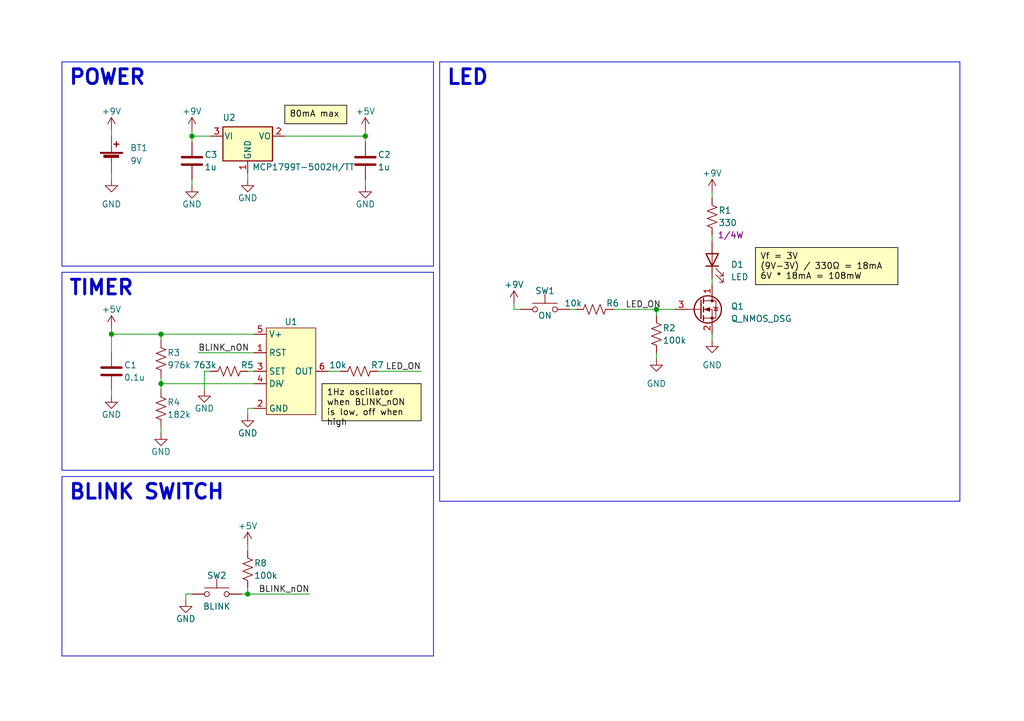
<source format=kicad_sch>
(kicad_sch (version 20230121) (generator eeschema)
  (paper "A5")
  (title_block (title "PCB_Flashlight") (rev "0") (company "Jasper Rubin"))
  (lib_symbols
    (symbol "Device:Battery_Cell" (pin_numbers hide) (pin_names (offset 0) hide)
      (property "Reference" "BT" (at 2.54 2.54 0))
      (property "Value" "Battery_Cell" (at 2.54 0 0))
      (symbol "Battery_Cell_0_1"
        (rectangle (start -2.286 1.778) (end 2.286 1.524) (fill (type outline)))
        (rectangle (start -1.5748 1.1938) (end 1.4732 0.6858) (fill (type outline)))
        (polyline (pts (xy 0 0.762) (xy 0 0)))
        (polyline (pts (xy 0 1.778) (xy 0 2.54)))
        (polyline (pts (xy 0.508 3.429) (xy 1.524 3.429)) (stroke (width 0.254)))
        (polyline (pts (xy 1.016 3.937) (xy 1.016 2.921)) (stroke (width 0.254)))
      )
      (symbol "Battery_Cell_1_1"
        (pin passive line (at 0 5.08 270) (length 2.54) (name "+") (number "1"))
        (pin passive line (at 0 -2.54 90) (length 2.54) (name "-") (number "2"))
      )
    )
    (symbol "Device:C" (pin_numbers hide) (pin_names (offset 0.254))
      (property "Reference" "C" (at 0.635 2.54 0))
      (property "Value" "C" (at 0.635 -2.54 0))
      (symbol "C_0_1"
        (polyline (pts (xy -2.032 -0.762) (xy 2.032 -0.762)) (stroke (width 0.508)))
        (polyline (pts (xy -2.032 0.762) (xy 2.032 0.762)) (stroke (width 0.508)))
      )
      (symbol "C_1_1"
        (pin passive line (at 0 3.81 270) (length 2.794) (name "~") (number "1"))
        (pin passive line (at 0 -3.81 90) (length 2.794) (name "~") (number "2"))
      )
    )
    (symbol "Device:LED" (pin_numbers hide) (pin_names (offset 1.016) hide)
      (property "Reference" "D" (at 0 2.54 0))
      (property "Value" "LED" (at 0 -2.54 0))
      (symbol "LED_0_1"
        (polyline (pts (xy -1.27 -1.27) (xy -1.27 1.27)) (stroke (width 0.254)))
        (polyline (pts (xy -1.27 0) (xy 1.27 0)))
        (polyline (pts (xy 1.27 -1.27) (xy 1.27 1.27) (xy -1.27 0) (xy 1.27 -1.27)) (stroke (width 0.254)))
        (polyline (pts (xy -3.048 -0.762) (xy -4.572 -2.286) (xy -3.81 -2.286) (xy -4.572 -2.286) (xy -4.572 -1.524)))
        (polyline (pts (xy -1.778 -0.762) (xy -3.302 -2.286) (xy -2.54 -2.286) (xy -3.302 -2.286) (xy -3.302 -1.524)))
      )
      (symbol "LED_1_1"
        (pin passive line (at -3.81 0 0) (length 2.54) (name "K") (number "1"))
        (pin passive line (at 3.81 0 180) (length 2.54) (name "A") (number "2"))
      )
    )
    (symbol "Device:Q_NMOS_DSG" (pin_names (offset 0) hide)
      (property "Reference" "Q" (at 5.08 1.27 0))
      (property "Value" "Q_NMOS_DSG" (at 5.08 -1.27 0))
      (symbol "Q_NMOS_DSG_0_1"
        (polyline (pts (xy 0.254 0) (xy -2.54 0)))
        (polyline (pts (xy 0.254 1.905) (xy 0.254 -1.905)) (stroke (width 0.254)))
        (polyline (pts (xy 0.762 -1.27) (xy 0.762 -2.286)) (stroke (width 0.254)))
        (polyline (pts (xy 0.762 0.508) (xy 0.762 -0.508)) (stroke (width 0.254)))
        (polyline (pts (xy 0.762 2.286) (xy 0.762 1.27)) (stroke (width 0.254)))
        (polyline (pts (xy 2.54 2.54) (xy 2.54 1.778)))
        (polyline (pts (xy 2.54 -2.54) (xy 2.54 0) (xy 0.762 0)))
        (polyline (pts (xy 0.762 -1.778) (xy 3.302 -1.778) (xy 3.302 1.778) (xy 0.762 1.778)))
        (polyline (pts (xy 1.016 0) (xy 2.032 0.381) (xy 2.032 -0.381) (xy 1.016 0)) (fill (type outline)))
        (polyline (pts (xy 2.794 0.508) (xy 2.921 0.381) (xy 3.683 0.381) (xy 3.81 0.254)))
        (polyline (pts (xy 3.302 0.381) (xy 2.921 -0.254) (xy 3.683 -0.254) (xy 3.302 0.381)))
        (circle (center 1.651 0) (radius 2.794) (stroke (width 0.254)))
        (circle (center 2.54 -1.778) (radius 0.254) (fill (type outline)))
        (circle (center 2.54 1.778) (radius 0.254) (fill (type outline)))
      )
      (symbol "Q_NMOS_DSG_1_1"
        (pin passive line (at 2.54 5.08 270) (length 2.54) (name "D") (number "1"))
        (pin passive line (at 2.54 -5.08 90) (length 2.54) (name "S") (number "2"))
        (pin input line (at -5.08 0 0) (length 2.54) (name "G") (number "3"))
      )
    )
    (symbol "Device:R_US" (pin_numbers hide) (pin_names (offset 0))
      (property "Reference" "R" (at 2.54 0 90))
      (property "Value" "R_US" (at -2.54 0 90))
      (symbol "R_US_0_1"
        (polyline (pts (xy 0 -2.286) (xy 0 -2.54)))
        (polyline (pts (xy 0 2.286) (xy 0 2.54)))
        (polyline (pts (xy 0 -0.762) (xy 1.016 -1.143) (xy 0 -1.524) (xy -1.016 -1.905) (xy 0 -2.286)))
        (polyline (pts (xy 0 0.762) (xy 1.016 0.381) (xy 0 0) (xy -1.016 -0.381) (xy 0 -0.762)))
        (polyline (pts (xy 0 2.286) (xy 1.016 1.905) (xy 0 1.524) (xy -1.016 1.143) (xy 0 0.762)))
      )
      (symbol "R_US_1_1"
        (pin passive line (at 0 3.81 270) (length 1.27) (name "~") (number "1"))
        (pin passive line (at 0 -3.81 90) (length 1.27) (name "~") (number "2"))
      )
    )
    (symbol "FlashlightLib:LTC6995-1"
      (property "Reference" "U" (at -3.81 10.16 0))
      (symbol "LTC6995-1_0_1"
        (rectangle (start -5.08 8.89) (end 5.08 -8.89) (fill (type background)))
      )
      (symbol "LTC6995-1_1_1"
        (pin input line (at -7.62 3.81 0) (length 2.54) (name "RST") (number "1"))
        (pin power_in line (at -7.62 -7.62 0) (length 2.54) (name "GND") (number "2"))
        (pin input line (at -7.62 0 0) (length 2.54) (name "SET") (number "3"))
        (pin input line (at -7.62 -2.54 0) (length 2.54) (name "DIV") (number "4"))
        (pin power_in line (at -7.62 7.62 0) (length 2.54) (name "V+") (number "5"))
        (pin output line (at 7.62 0 180) (length 2.54) (name "OUT") (number "6"))
      )
    )
    (symbol "Regulator_Linear:MCP1799x-500xxTT" (pin_names (offset 0.254))
      (property "Reference" "U" (at -3.81 3.175 0))
      (property "Value" "MCP1799x-500xxTT" (at 0 3.175 0))
      (symbol "MCP1799x-500xxTT_0_1"
        (rectangle (start -5.08 1.905) (end 5.08 -5.08) (stroke (width 0.254)) (fill (type background)))
      )
      (symbol "MCP1799x-500xxTT_1_1"
        (pin power_in line (at 0 -7.62 90) (length 2.54) (name "GND") (number "1"))
        (pin power_out line (at 7.62 0 180) (length 2.54) (name "VO") (number "2"))
        (pin power_in line (at -7.62 0 0) (length 2.54) (name "VI") (number "3"))
      )
    )
    (symbol "Switch:SW_Push" (pin_numbers hide) (pin_names (offset 1.016) hide)
      (property "Reference" "SW" (at 1.27 2.54 0))
      (property "Value" "SW_Push" (at 0 -1.524 0))
      (symbol "SW_Push_0_1"
        (circle (center -2.032 0) (radius 0.508))
        (polyline (pts (xy 0 1.27) (xy 0 3.048)))
        (polyline (pts (xy 2.54 1.27) (xy -2.54 1.27)))
        (circle (center 2.032 0) (radius 0.508))
        (pin passive line (at -5.08 0 0) (length 2.54) (name "1") (number "1"))
        (pin passive line (at 5.08 0 180) (length 2.54) (name "2") (number "2"))
      )
    )
    (symbol "power:+5V" (power) (pin_names (offset 0))
      (property "Value" "+5V" (at 0 3.556 0))
      (symbol "+5V_0_1"
        (polyline (pts (xy -0.762 1.27) (xy 0 2.54)))
        (polyline (pts (xy 0 0) (xy 0 2.54)))
        (polyline (pts (xy 0 2.54) (xy 0.762 1.27)))
      )
      (symbol "+5V_1_1"
        (pin power_in line (at 0 0 90) (length 0) hide (name "+5V") (number "1"))
      )
    )
    (symbol "power:+9V" (power) (pin_names (offset 0))
      (property "Value" "+9V" (at 0 3.556 0))
      (symbol "+9V_0_1"
        (polyline (pts (xy -0.762 1.27) (xy 0 2.54)))
        (polyline (pts (xy 0 0) (xy 0 2.54)))
        (polyline (pts (xy 0 2.54) (xy 0.762 1.27)))
      )
      (symbol "+9V_1_1"
        (pin power_in line (at 0 0 90) (length 0) hide (name "+9V") (number "1"))
      )
    )
    (symbol "power:GND" (power) (pin_names (offset 0))
      (property "Value" "GND" (at 0 -3.81 0))
      (symbol "GND_0_1"
        (polyline (pts (xy 0 0) (xy 0 -1.27) (xy 1.27 -1.27) (xy 0 -2.54) (xy -1.27 -1.27) (xy 0 -1.27)))
      )
      (symbol "GND_1_1"
        (pin power_in line (at 0 0 270) (length 0) hide (name "GND") (number "1"))
      )
    )
  )
  (junction (at 22.86 68.58))
  (junction (at 39.37 27.94))
  (junction (at 33.02 68.58))
  (junction (at 74.93 27.94))
  (junction (at 50.8 121.92))
  (junction (at 134.62 63.5))
  (junction (at 33.02 78.74))
  (wire (pts (xy 33.02 78.74) (xy 33.02 80.01)))
  (wire (pts (xy 50.8 35.56) (xy 50.8 36.83)))
  (wire (pts (xy 125.73 63.5) (xy 134.62 63.5)))
  (polyline (pts (xy 12.7 134.62) (xy 88.9 134.62)))
  (wire (pts (xy 22.86 80.01) (xy 22.86 81.28)))
  (wire (pts (xy 41.91 76.2) (xy 41.91 80.01)))
  (wire (pts (xy 50.8 83.82) (xy 52.07 83.82)))
  (wire (pts (xy 134.62 63.5) (xy 134.62 64.77)))
  (wire (pts (xy 39.37 26.67) (xy 39.37 27.94)))
  (wire (pts (xy 146.05 68.58) (xy 146.05 69.85)))
  (polyline (pts (xy 12.7 97.79) (xy 88.9 97.79)))
  (wire (pts (xy 22.86 26.67) (xy 22.86 27.94)))
  (wire (pts (xy 40.64 72.39) (xy 52.07 72.39)))
  (wire (pts (xy 146.05 57.15) (xy 146.05 58.42)))
  (wire (pts (xy 58.42 27.94) (xy 74.93 27.94)))
  (wire (pts (xy 50.8 76.2) (xy 52.07 76.2)))
  (polyline (pts (xy 12.7 55.88) (xy 12.7 96.52)))
  (wire (pts (xy 146.05 39.37) (xy 146.05 40.64)))
  (wire (pts (xy 105.41 62.23) (xy 105.41 63.5)))
  (polyline (pts (xy 88.9 96.52) (xy 88.9 55.88)))
  (wire (pts (xy 39.37 27.94) (xy 39.37 29.21)))
  (wire (pts (xy 22.86 68.58) (xy 33.02 68.58)))
  (wire (pts (xy 116.84 63.5) (xy 118.11 63.5)))
  (polyline (pts (xy 90.17 12.7) (xy 196.85 12.7)))
  (wire (pts (xy 38.1 123.19) (xy 38.1 121.92)))
  (wire (pts (xy 22.86 68.58) (xy 22.86 72.39)))
  (polyline (pts (xy 12.7 96.52) (xy 88.9 96.52)))
  (wire (pts (xy 38.1 121.92) (xy 39.37 121.92)))
  (wire (pts (xy 33.02 68.58) (xy 52.07 68.58)))
  (wire (pts (xy 33.02 77.47) (xy 33.02 78.74)))
  (wire (pts (xy 43.18 76.2) (xy 41.91 76.2)))
  (polyline (pts (xy 196.85 102.87) (xy 196.85 12.7)))
  (wire (pts (xy 22.86 67.31) (xy 22.86 68.58)))
  (wire (pts (xy 33.02 68.58) (xy 33.02 69.85)))
  (wire (pts (xy 49.53 121.92) (xy 50.8 121.92)))
  (polyline (pts (xy 88.9 54.61) (xy 88.9 12.7)))
  (wire (pts (xy 50.8 120.65) (xy 50.8 121.92)))
  (wire (pts (xy 50.8 121.92) (xy 63.5 121.92)))
  (polyline (pts (xy 88.9 134.62) (xy 88.9 97.79)))
  (wire (pts (xy 50.8 111.76) (xy 50.8 113.03)))
  (polyline (pts (xy 90.17 102.87) (xy 196.85 102.87)))
  (wire (pts (xy 134.62 72.39) (xy 134.62 73.66)))
  (wire (pts (xy 74.93 26.67) (xy 74.93 27.94)))
  (wire (pts (xy 50.8 85.09) (xy 50.8 83.82)))
  (polyline (pts (xy 12.7 54.61) (xy 88.9 54.61)))
  (wire (pts (xy 33.02 78.74) (xy 52.07 78.74)))
  (wire (pts (xy 134.62 63.5) (xy 138.43 63.5)))
  (polyline (pts (xy 12.7 97.79) (xy 12.7 134.62)))
  (polyline (pts (xy 90.17 12.7) (xy 90.17 102.87)))
  (wire (pts (xy 146.05 48.26) (xy 146.05 49.53)))
  (wire (pts (xy 67.31 76.2) (xy 69.85 76.2)))
  (wire (pts (xy 39.37 27.94) (xy 43.18 27.94)))
  (polyline (pts (xy 12.7 55.88) (xy 88.9 55.88)))
  (wire (pts (xy 22.86 35.56) (xy 22.86 36.83)))
  (wire (pts (xy 74.93 27.94) (xy 74.93 29.21)))
  (wire (pts (xy 33.02 87.63) (xy 33.02 88.9)))
  (wire (pts (xy 77.47 76.2) (xy 86.36 76.2)))
  (wire (pts (xy 105.41 63.5) (xy 106.68 63.5)))
  (polyline (pts (xy 12.7 12.7) (xy 12.7 54.61)))
  (wire (pts (xy 39.37 36.83) (xy 39.37 38.1)))
  (polyline (pts (xy 12.7 12.7) (xy 88.9 12.7)))
  (wire (pts (xy 74.93 36.83) (xy 74.93 38.1)))
  (text_box "1Hz oscillator when BLINK_nON is low, off when high" (at 66.04 78.74 0) (size 20.32 7.62) (stroke (width 0) (color 0 0 0 1)) (fill (type color) (color 255 255 194 1)) (effects (font (size 1.27 1.27)) (justify left top)))
  (text_box "80mA max" (at 58.42 21.59 0) (size 12.7 3.81) (stroke (width 0) (color 0 0 0 1)) (fill (type color) (color 255 255 194 1)) (effects (font (size 1.27 1.27)) (justify left top)))
  (text_box "Vf = 3V\n(9V-3V) / 330Ω = 18mA\n6V * 18mA = 108mW" (at 154.94 50.8 0) (size 29.21 7.62) (stroke (width 0) (color 0 0 0 1)) (fill (type color) (color 255 255 194 1)) (effects (font (size 1.27 1.27)) (justify left top)))
  (text "TIMER" (at 13.97 60.96 0) (effects (font (size 3 3) (thickness 0.6) bold) (justify left bottom)))
  (text "POWER" (at 13.97 17.78 0) (effects (font (size 3 3) (thickness 0.6) bold) (justify left bottom)))
  (text "BLINK SWITCH" (at 13.97 102.87 0) (effects (font (size 3 3) (thickness 0.6) bold) (justify left bottom)))
  (text "LED" (at 91.44 17.78 0) (effects (font (size 3 3) (thickness 0.6) bold) (justify left bottom)))
  (label "BLINK_nON" (at 63.5 121.92 180))
  (label "LED_ON" (at 86.36 76.2 180))
  (label "LED_ON" (at 128.27 63.5 0))
  (label "BLINK_nON" (at 40.64 72.39 0))
  (symbol (lib_id "power:GND") (at 134.62 73.66 0) (unit 1)
    (property "Reference" "#PWR05" (effects hide))
    (property "Value" "GND" (at 134.62 78.74 0))
  )
  (symbol (lib_id "power:GND") (at 39.37 38.1 0) (unit 1)
    (property "Reference" "#PWR018" (effects hide))
    (property "Value" "GND" (at 39.37 41.91 0))
  )
  (symbol (lib_id "Device:R_US") (at 50.8 116.84 0) (unit 1)
    (property "Reference" "R8" (at 52.07 115.57 0) (effects (justify left)))
    (property "Value" "100k" (at 52.07 118.11 0) (effects (justify left)))
  )
  (symbol (lib_id "Device:C") (at 22.86 76.2 0) (unit 1)
    (property "Reference" "C1" (at 25.4 74.93 0) (effects (justify left)))
    (property "Value" "0.1u" (at 25.4 77.47 0) (effects (justify left)))
  )
  (symbol (lib_id "Device:Battery_Cell") (at 22.86 33.02 0) (unit 1)
    (property "Reference" "BT1" (at 26.67 30.353 0) (effects (justify left)))
    (property "Value" "9V" (at 26.67 33.02 0) (effects (justify left)))
  )
  (symbol (lib_id "Device:R_US") (at 146.05 44.45 0) (unit 1)
    (property "Reference" "R1" (at 147.32 43.18 0) (effects (justify left)))
    (property "Value" "330" (at 147.32 45.72 0) (effects (justify left)))
    (property "Power" "1/4W" (at 149.86 48.26 0))
  )
  (symbol (lib_id "power:GND") (at 50.8 36.83 0) (unit 1)
    (property "Reference" "#PWR016" (effects hide))
    (property "Value" "GND" (at 50.8 40.64 0))
  )
  (symbol (lib_id "power:GND") (at 33.02 88.9 0) (unit 1)
    (property "Reference" "#PWR07" (effects hide))
    (property "Value" "GND" (at 33.02 92.71 0))
  )
  (symbol (lib_id "Device:Q_NMOS_DSG") (at 143.51 63.5 0) (unit 1)
    (property "Reference" "Q1" (at 149.86 62.865 0) (effects (justify left)))
    (property "Value" "Q_NMOS_DSG" (at 149.86 65.405 0) (effects (justify left)))
  )
  (symbol (lib_id "Device:R_US") (at 46.99 76.2 90) (unit 1)
    (property "Reference" "R5" (at 52.07 74.93 90) (effects (justify left)))
    (property "Value" "763k" (at 44.45 74.93 90) (effects (justify left)))
  )
  (symbol (lib_id "power:+9V") (at 22.86 26.67 0) (unit 1)
    (property "Reference" "#PWR02" (effects hide))
    (property "Value" "+9V" (at 22.86 22.86 0))
  )
  (symbol (lib_id "power:+5V") (at 50.8 111.76 0) (unit 1)
    (property "Reference" "#PWR012" (effects hide))
    (property "Value" "+5V" (at 50.8 107.95 0))
  )
  (symbol (lib_id "Device:C") (at 39.37 33.02 0) (unit 1)
    (property "Reference" "C3" (at 41.91 31.75 0) (effects (justify left)))
    (property "Value" "1u" (at 41.91 34.29 0) (effects (justify left)))
  )
  (symbol (lib_id "power:+5V") (at 74.93 26.67 0) (unit 1)
    (property "Reference" "#PWR015" (effects hide))
    (property "Value" "+5V" (at 74.93 22.86 0))
  )
  (symbol (lib_id "power:+9V") (at 105.41 62.23 0) (unit 1)
    (property "Reference" "#PWR010" (effects hide))
    (property "Value" "+9V" (at 105.41 58.42 0))
  )
  (symbol (lib_id "FlashlightLib:LTC6995-1") (at 59.69 76.2 0) (unit 1)
    (property "Reference" "U1" (at 59.69 66.04 0))
    (property "Value" "~" (at 57.15 78.74 0))
    (property "Footprint" "Package_TO_SOT_SMD:SOT-23-6_Handsoldering" (effects hide))
    (property "Datasheet" "https://www.analog.com/media/en/technical-documentation/data-sheets/LTC6995-6695-1-6695-2.pdf" (effects hide))
  )
  (symbol (lib_id "Device:LED") (at 146.05 53.34 90) (unit 1)
    (property "Reference" "D1" (at 149.86 54.2925 90) (effects (justify right)))
    (property "Value" "LED" (at 149.86 56.8325 90) (effects (justify right)))
  )
  (symbol (lib_id "Device:R_US") (at 33.02 83.82 0) (unit 1)
    (property "Reference" "R4" (at 34.29 82.55 0) (effects (justify left)))
    (property "Value" "182k" (at 34.29 85.09 0) (effects (justify left)))
  )
  (symbol (lib_id "power:GND") (at 50.8 85.09 0) (unit 1)
    (property "Reference" "#PWR08" (effects hide))
    (property "Value" "GND" (at 50.8 88.9 0))
  )
  (symbol (lib_id "Device:C") (at 74.93 33.02 0) (unit 1)
    (property "Reference" "C2" (at 77.47 31.75 0) (effects (justify left)))
    (property "Value" "1u" (at 77.47 34.29 0) (effects (justify left)))
  )
  (symbol (lib_id "power:GND") (at 38.1 123.19 0) (unit 1)
    (property "Reference" "#PWR011" (effects hide))
    (property "Value" "GND" (at 38.1 127 0))
  )
  (symbol (lib_id "Switch:SW_Push") (at 111.76 63.5 0) (unit 1)
    (property "Reference" "SW1" (at 111.76 59.69 0))
    (property "Value" "ON" (at 111.76 64.77 0))
  )
  (symbol (lib_id "Switch:SW_Push") (at 44.45 121.92 0) (unit 1)
    (property "Reference" "SW2" (at 44.45 118.11 0))
    (property "Value" "BLINK" (at 44.45 124.46 0))
  )
  (symbol (lib_id "power:+9V") (at 39.37 26.67 0) (unit 1)
    (property "Reference" "#PWR013" (effects hide))
    (property "Value" "+9V" (at 39.37 22.86 0))
  )
  (symbol (lib_id "Device:R_US") (at 134.62 68.58 0) (unit 1)
    (property "Reference" "R2" (at 135.89 67.31 0) (effects (justify left)))
    (property "Value" "100k" (at 135.89 69.85 0) (effects (justify left)))
  )
  (symbol (lib_id "power:GND") (at 74.93 38.1 0) (unit 1)
    (property "Reference" "#PWR017" (effects hide))
    (property "Value" "GND" (at 74.93 41.91 0))
  )
  (symbol (lib_id "power:GND") (at 22.86 36.83 0) (unit 1)
    (property "Reference" "#PWR03" (effects hide))
    (property "Value" "GND" (at 22.86 41.91 0))
  )
  (symbol (lib_id "power:GND") (at 22.86 81.28 0) (unit 1)
    (property "Reference" "#PWR014" (effects hide))
    (property "Value" "GND" (at 22.86 85.09 0))
  )
  (symbol (lib_id "Regulator_Linear:MCP1799x-500xxTT") (at 50.8 27.94 0) (unit 1)
    (property "Reference" "U2" (at 46.99 24.13 0))
    (property "Value" "MCP1799T-5002H/TT" (at 62.23 34.29 0))
    (property "Footprint" "Package_TO_SOT_SMD:SOT-23" (effects hide))
    (property "Datasheet" "https://ww1.microchip.com/downloads/en/DeviceDoc/MCP1799-Data-Sheet-20006248A.pdf" (effects hide))
  )
  (symbol (lib_id "power:+9V") (at 146.05 39.37 0) (unit 1)
    (property "Reference" "#PWR04" (effects hide))
    (property "Value" "+9V" (at 146.05 35.56 0))
  )
  (symbol (lib_id "Device:R_US") (at 73.66 76.2 90) (unit 1)
    (property "Reference" "R7" (at 78.74 74.93 90) (effects (justify left)))
    (property "Value" "10k" (at 71.12 74.93 90) (effects (justify left)))
  )
  (symbol (lib_id "power:GND") (at 146.05 69.85 0) (unit 1)
    (property "Reference" "#PWR01" (effects hide))
    (property "Value" "GND" (at 146.05 74.93 0))
  )
  (symbol (lib_id "Device:R_US") (at 121.92 63.5 90) (unit 1)
    (property "Reference" "R6" (at 127 62.23 90) (effects (justify left)))
    (property "Value" "10k" (at 119.38 62.23 90) (effects (justify left)))
  )
  (symbol (lib_id "Device:R_US") (at 33.02 73.66 0) (unit 1)
    (property "Reference" "R3" (at 34.29 72.39 0) (effects (justify left)))
    (property "Value" "976k" (at 34.29 74.93 0) (effects (justify left)))
  )
  (symbol (lib_id "power:+5V") (at 22.86 67.31 0) (unit 1)
    (property "Reference" "#PWR06" (effects hide))
    (property "Value" "+5V" (at 22.86 63.5 0))
  )
  (symbol (lib_id "power:GND") (at 41.91 80.01 0) (unit 1)
    (property "Reference" "#PWR09" (effects hide))
    (property "Value" "GND" (at 41.91 83.82 0))
  )
)
</source>
